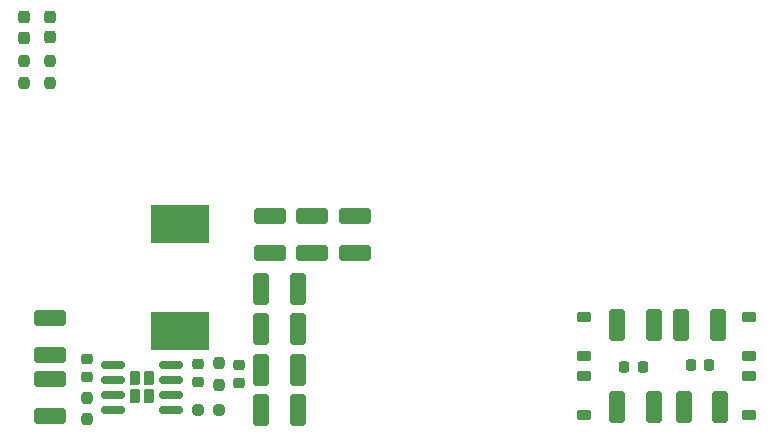
<source format=gbr>
%TF.GenerationSoftware,KiCad,Pcbnew,8.0.0*%
%TF.CreationDate,2024-09-10T09:18:46-07:00*%
%TF.ProjectId,power_v2,706f7765-725f-4763-922e-6b696361645f,rev?*%
%TF.SameCoordinates,Original*%
%TF.FileFunction,Paste,Top*%
%TF.FilePolarity,Positive*%
%FSLAX46Y46*%
G04 Gerber Fmt 4.6, Leading zero omitted, Abs format (unit mm)*
G04 Created by KiCad (PCBNEW 8.0.0) date 2024-09-10 09:18:46*
%MOMM*%
%LPD*%
G01*
G04 APERTURE LIST*
G04 Aperture macros list*
%AMRoundRect*
0 Rectangle with rounded corners*
0 $1 Rounding radius*
0 $2 $3 $4 $5 $6 $7 $8 $9 X,Y pos of 4 corners*
0 Add a 4 corners polygon primitive as box body*
4,1,4,$2,$3,$4,$5,$6,$7,$8,$9,$2,$3,0*
0 Add four circle primitives for the rounded corners*
1,1,$1+$1,$2,$3*
1,1,$1+$1,$4,$5*
1,1,$1+$1,$6,$7*
1,1,$1+$1,$8,$9*
0 Add four rect primitives between the rounded corners*
20,1,$1+$1,$2,$3,$4,$5,0*
20,1,$1+$1,$4,$5,$6,$7,0*
20,1,$1+$1,$6,$7,$8,$9,0*
20,1,$1+$1,$8,$9,$2,$3,0*%
G04 Aperture macros list end*
%ADD10RoundRect,0.225000X0.250000X-0.225000X0.250000X0.225000X-0.250000X0.225000X-0.250000X-0.225000X0*%
%ADD11R,4.950000X3.175000*%
%ADD12RoundRect,0.250000X0.412500X1.100000X-0.412500X1.100000X-0.412500X-1.100000X0.412500X-1.100000X0*%
%ADD13RoundRect,0.237500X-0.237500X0.287500X-0.237500X-0.287500X0.237500X-0.287500X0.237500X0.287500X0*%
%ADD14RoundRect,0.225000X0.375000X-0.225000X0.375000X0.225000X-0.375000X0.225000X-0.375000X-0.225000X0*%
%ADD15RoundRect,0.237500X-0.250000X-0.237500X0.250000X-0.237500X0.250000X0.237500X-0.250000X0.237500X0*%
%ADD16RoundRect,0.250000X-1.100000X0.412500X-1.100000X-0.412500X1.100000X-0.412500X1.100000X0.412500X0*%
%ADD17RoundRect,0.230000X-0.230000X-0.375000X0.230000X-0.375000X0.230000X0.375000X-0.230000X0.375000X0*%
%ADD18RoundRect,0.150000X-0.825000X-0.150000X0.825000X-0.150000X0.825000X0.150000X-0.825000X0.150000X0*%
%ADD19RoundRect,0.237500X0.237500X-0.287500X0.237500X0.287500X-0.237500X0.287500X-0.237500X-0.287500X0*%
%ADD20RoundRect,0.237500X-0.237500X0.250000X-0.237500X-0.250000X0.237500X-0.250000X0.237500X0.250000X0*%
%ADD21RoundRect,0.237500X0.237500X-0.250000X0.237500X0.250000X-0.237500X0.250000X-0.237500X-0.250000X0*%
%ADD22RoundRect,0.250000X1.100000X-0.412500X1.100000X0.412500X-1.100000X0.412500X-1.100000X-0.412500X0*%
%ADD23RoundRect,0.225000X-0.375000X0.225000X-0.375000X-0.225000X0.375000X-0.225000X0.375000X0.225000X0*%
%ADD24RoundRect,0.225000X0.225000X0.250000X-0.225000X0.250000X-0.225000X-0.250000X0.225000X-0.250000X0*%
%ADD25RoundRect,0.225000X-0.250000X0.225000X-0.250000X-0.225000X0.250000X-0.225000X0.250000X0.225000X0*%
G04 APERTURE END LIST*
D10*
%TO.C,C5*%
X123500000Y-110675000D03*
X123500000Y-109125000D03*
%TD*%
D11*
%TO.C,L3*%
X122000000Y-106307500D03*
X122000000Y-97292500D03*
%TD*%
D12*
%TO.C,C12*%
X131962500Y-109600000D03*
X128837500Y-109600000D03*
%TD*%
D10*
%TO.C,C6*%
X127000000Y-110775000D03*
X127000000Y-109225000D03*
%TD*%
D13*
%TO.C,D6*%
X108800000Y-79747500D03*
X108800000Y-81497500D03*
%TD*%
D14*
%TO.C,D3*%
X170200000Y-108450000D03*
X170200000Y-105150000D03*
%TD*%
D12*
%TO.C,C18*%
X162162500Y-112800000D03*
X159037500Y-112800000D03*
%TD*%
D15*
%TO.C,R4*%
X123487500Y-113000000D03*
X125312500Y-113000000D03*
%TD*%
D16*
%TO.C,C7*%
X133200000Y-96637500D03*
X133200000Y-99762500D03*
%TD*%
D12*
%TO.C,C13*%
X131962500Y-113000000D03*
X128837500Y-113000000D03*
%TD*%
D17*
%TO.C,U1*%
X118230000Y-110350000D03*
X118230000Y-111850000D03*
X119370000Y-110350000D03*
X119370000Y-111850000D03*
D18*
X116325000Y-109195000D03*
X116325000Y-110465000D03*
X116325000Y-111735000D03*
X116325000Y-113005000D03*
X121275000Y-113005000D03*
X121275000Y-111735000D03*
X121275000Y-110465000D03*
X121275000Y-109195000D03*
%TD*%
D16*
%TO.C,C4*%
X111000000Y-110437500D03*
X111000000Y-113562500D03*
%TD*%
D19*
%TO.C,D1*%
X111000000Y-81475000D03*
X111000000Y-79725000D03*
%TD*%
D14*
%TO.C,D2*%
X156200000Y-113450000D03*
X156200000Y-110150000D03*
%TD*%
D12*
%TO.C,C20*%
X162162500Y-105800000D03*
X159037500Y-105800000D03*
%TD*%
D14*
%TO.C,D5*%
X170200000Y-113450000D03*
X170200000Y-110150000D03*
%TD*%
D20*
%TO.C,R5*%
X111000000Y-83487500D03*
X111000000Y-85312500D03*
%TD*%
D21*
%TO.C,R3*%
X125287500Y-110912500D03*
X125287500Y-109087500D03*
%TD*%
D22*
%TO.C,C1*%
X111000000Y-108362500D03*
X111000000Y-105237500D03*
%TD*%
D20*
%TO.C,R6*%
X108800000Y-83487500D03*
X108800000Y-85312500D03*
%TD*%
D23*
%TO.C,D4*%
X156177500Y-105150000D03*
X156177500Y-108450000D03*
%TD*%
D12*
%TO.C,C17*%
X167562500Y-105800000D03*
X164437500Y-105800000D03*
%TD*%
D24*
%TO.C,C15*%
X166775000Y-109200000D03*
X165225000Y-109200000D03*
%TD*%
D16*
%TO.C,C11*%
X136800000Y-96637500D03*
X136800000Y-99762500D03*
%TD*%
D12*
%TO.C,C19*%
X167762500Y-112800000D03*
X164637500Y-112800000D03*
%TD*%
D24*
%TO.C,C16*%
X161175000Y-109400000D03*
X159625000Y-109400000D03*
%TD*%
D12*
%TO.C,C10*%
X131962500Y-106200000D03*
X128837500Y-106200000D03*
%TD*%
D16*
%TO.C,C9*%
X129600000Y-96637500D03*
X129600000Y-99762500D03*
%TD*%
D12*
%TO.C,C8*%
X131962500Y-102800000D03*
X128837500Y-102800000D03*
%TD*%
D20*
%TO.C,R2*%
X114100000Y-111987500D03*
X114100000Y-113812500D03*
%TD*%
D25*
%TO.C,C2*%
X114100000Y-108725000D03*
X114100000Y-110275000D03*
%TD*%
M02*

</source>
